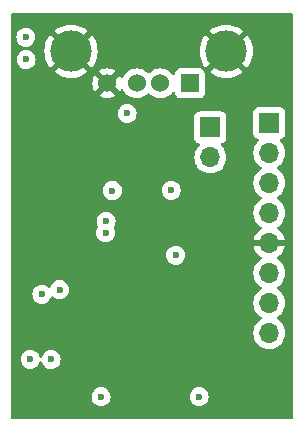
<source format=gbr>
%TF.GenerationSoftware,KiCad,Pcbnew,7.0.9*%
%TF.CreationDate,2024-08-25T17:31:10+01:00*%
%TF.ProjectId,RISKYKVM,5249534b-594b-4564-9d2e-6b696361645f,rev?*%
%TF.SameCoordinates,Original*%
%TF.FileFunction,Copper,L2,Inr*%
%TF.FilePolarity,Positive*%
%FSLAX46Y46*%
G04 Gerber Fmt 4.6, Leading zero omitted, Abs format (unit mm)*
G04 Created by KiCad (PCBNEW 7.0.9) date 2024-08-25 17:31:10*
%MOMM*%
%LPD*%
G01*
G04 APERTURE LIST*
%TA.AperFunction,ComponentPad*%
%ADD10R,1.700000X1.700000*%
%TD*%
%TA.AperFunction,ComponentPad*%
%ADD11O,1.700000X1.700000*%
%TD*%
%TA.AperFunction,ComponentPad*%
%ADD12R,1.524000X1.524000*%
%TD*%
%TA.AperFunction,ComponentPad*%
%ADD13C,1.524000*%
%TD*%
%TA.AperFunction,ComponentPad*%
%ADD14C,3.500000*%
%TD*%
%TA.AperFunction,ViaPad*%
%ADD15C,0.600000*%
%TD*%
G04 APERTURE END LIST*
D10*
%TO.N,/KB_CLK*%
%TO.C,J4*%
X140390000Y-84610000D03*
D11*
%TO.N,/KB_DATA*%
X140390000Y-87150000D03*
%TO.N,/KB_RESET*%
X140390000Y-89690000D03*
%TO.N,+5V*%
X140390000Y-92230000D03*
%TO.N,GND*%
X140390000Y-94770000D03*
%TO.N,unconnected-(J4-Pin_6-Pad6)*%
X140390000Y-97310000D03*
%TO.N,unconnected-(J4-Pin_7-Pad7)*%
X140390000Y-99850000D03*
%TO.N,unconnected-(J4-Pin_8-Pad8)*%
X140390000Y-102390000D03*
%TD*%
D12*
%TO.N,Net-(J3-VBUS)*%
%TO.C,J3*%
X133675000Y-81267100D03*
D13*
%TO.N,/USB_DM*%
X131175000Y-81267100D03*
%TO.N,/USB_DP*%
X129175000Y-81267100D03*
%TO.N,GND*%
X126675000Y-81267100D03*
D14*
X136745000Y-78557100D03*
X123605000Y-78557100D03*
%TD*%
D10*
%TO.N,/SWCLK*%
%TO.C,J2*%
X135400000Y-85000000D03*
D11*
%TO.N,/SWDIO*%
X135400000Y-87540000D03*
%TD*%
D15*
%TO.N,GND*%
X130700000Y-94900000D03*
%TO.N,+3.3V*%
X122630000Y-98740000D03*
X132085400Y-90319400D03*
X119775000Y-77375000D03*
X132466400Y-95831200D03*
X121925000Y-104650000D03*
X127107000Y-90344800D03*
X126530218Y-93916221D03*
%TO.N,GND*%
X137100000Y-92450000D03*
X128900000Y-108100000D03*
X138400000Y-96200000D03*
X131980000Y-98100000D03*
X124077800Y-98676900D03*
X122600000Y-95100000D03*
X129720000Y-77770000D03*
X128010000Y-99540000D03*
X122600000Y-97000000D03*
%TO.N,+5V*%
X121131400Y-99134100D03*
X128360000Y-83820000D03*
%TO.N,/NRST*%
X126566051Y-92941667D03*
%TO.N,/PIN6*%
X134455000Y-107797500D03*
%TO.N,/PIN9*%
X126145000Y-107797500D03*
%TO.N,Net-(D1-A)*%
X120150000Y-104630000D03*
%TO.N,Net-(D2-A)*%
X119800000Y-79250000D03*
%TD*%
%TA.AperFunction,Conductor*%
%TO.N,GND*%
G36*
X142360739Y-75365585D02*
G01*
X142406494Y-75418389D01*
X142417700Y-75469900D01*
X142417700Y-109575748D01*
X142398015Y-109642787D01*
X142345211Y-109688542D01*
X142293650Y-109699748D01*
X118626250Y-109690246D01*
X118559219Y-109670535D01*
X118513485Y-109617712D01*
X118502300Y-109566246D01*
X118502300Y-107797503D01*
X125339435Y-107797503D01*
X125359630Y-107976749D01*
X125359631Y-107976754D01*
X125419211Y-108147023D01*
X125515184Y-108299762D01*
X125642738Y-108427316D01*
X125795478Y-108523289D01*
X125965745Y-108582868D01*
X125965750Y-108582869D01*
X126144996Y-108603065D01*
X126145000Y-108603065D01*
X126145004Y-108603065D01*
X126324249Y-108582869D01*
X126324252Y-108582868D01*
X126324255Y-108582868D01*
X126494522Y-108523289D01*
X126647262Y-108427316D01*
X126774816Y-108299762D01*
X126870789Y-108147022D01*
X126930368Y-107976755D01*
X126950565Y-107797503D01*
X133649435Y-107797503D01*
X133669630Y-107976749D01*
X133669631Y-107976754D01*
X133729211Y-108147023D01*
X133825184Y-108299762D01*
X133952738Y-108427316D01*
X134105478Y-108523289D01*
X134275745Y-108582868D01*
X134275750Y-108582869D01*
X134454996Y-108603065D01*
X134455000Y-108603065D01*
X134455004Y-108603065D01*
X134634249Y-108582869D01*
X134634252Y-108582868D01*
X134634255Y-108582868D01*
X134804522Y-108523289D01*
X134957262Y-108427316D01*
X135084816Y-108299762D01*
X135180789Y-108147022D01*
X135240368Y-107976755D01*
X135260565Y-107797500D01*
X135240368Y-107618245D01*
X135180789Y-107447978D01*
X135084816Y-107295238D01*
X134957262Y-107167684D01*
X134804523Y-107071711D01*
X134634254Y-107012131D01*
X134634249Y-107012130D01*
X134455004Y-106991935D01*
X134454996Y-106991935D01*
X134275750Y-107012130D01*
X134275745Y-107012131D01*
X134105476Y-107071711D01*
X133952737Y-107167684D01*
X133825184Y-107295237D01*
X133729211Y-107447976D01*
X133669631Y-107618245D01*
X133669630Y-107618250D01*
X133649435Y-107797496D01*
X133649435Y-107797503D01*
X126950565Y-107797503D01*
X126950565Y-107797500D01*
X126930368Y-107618245D01*
X126870789Y-107447978D01*
X126774816Y-107295238D01*
X126647262Y-107167684D01*
X126494523Y-107071711D01*
X126324254Y-107012131D01*
X126324249Y-107012130D01*
X126145004Y-106991935D01*
X126144996Y-106991935D01*
X125965750Y-107012130D01*
X125965745Y-107012131D01*
X125795476Y-107071711D01*
X125642737Y-107167684D01*
X125515184Y-107295237D01*
X125419211Y-107447976D01*
X125359631Y-107618245D01*
X125359630Y-107618250D01*
X125339435Y-107797496D01*
X125339435Y-107797503D01*
X118502300Y-107797503D01*
X118502300Y-104630003D01*
X119344435Y-104630003D01*
X119364630Y-104809249D01*
X119364631Y-104809254D01*
X119424211Y-104979523D01*
X119436778Y-104999523D01*
X119520184Y-105132262D01*
X119647738Y-105259816D01*
X119800478Y-105355789D01*
X119857632Y-105375788D01*
X119970745Y-105415368D01*
X119970750Y-105415369D01*
X120149996Y-105435565D01*
X120150000Y-105435565D01*
X120150004Y-105435565D01*
X120329249Y-105415369D01*
X120329252Y-105415368D01*
X120329255Y-105415368D01*
X120499522Y-105355789D01*
X120652262Y-105259816D01*
X120779816Y-105132262D01*
X120875789Y-104979522D01*
X120916959Y-104861864D01*
X120957679Y-104805090D01*
X121022632Y-104779342D01*
X121091194Y-104792798D01*
X121141597Y-104841185D01*
X121151041Y-104861865D01*
X121199209Y-104999519D01*
X121199211Y-104999522D01*
X121295184Y-105152262D01*
X121422738Y-105279816D01*
X121513080Y-105336582D01*
X121543646Y-105355788D01*
X121575478Y-105375789D01*
X121688591Y-105415369D01*
X121745745Y-105435368D01*
X121745750Y-105435369D01*
X121924996Y-105455565D01*
X121925000Y-105455565D01*
X121925004Y-105455565D01*
X122104249Y-105435369D01*
X122104252Y-105435368D01*
X122104255Y-105435368D01*
X122274522Y-105375789D01*
X122427262Y-105279816D01*
X122554816Y-105152262D01*
X122650789Y-104999522D01*
X122710368Y-104829255D01*
X122710369Y-104829249D01*
X122730565Y-104650003D01*
X122730565Y-104649996D01*
X122710369Y-104470750D01*
X122710368Y-104470745D01*
X122703370Y-104450745D01*
X122650789Y-104300478D01*
X122554816Y-104147738D01*
X122427262Y-104020184D01*
X122395432Y-104000184D01*
X122274523Y-103924211D01*
X122104254Y-103864631D01*
X122104249Y-103864630D01*
X121925004Y-103844435D01*
X121924996Y-103844435D01*
X121745750Y-103864630D01*
X121745745Y-103864631D01*
X121575476Y-103924211D01*
X121422737Y-104020184D01*
X121295184Y-104147737D01*
X121199209Y-104300480D01*
X121158040Y-104418134D01*
X121117319Y-104474910D01*
X121052366Y-104500657D01*
X120983804Y-104487201D01*
X120933401Y-104438813D01*
X120923957Y-104418134D01*
X120918537Y-104402646D01*
X120875789Y-104280478D01*
X120779816Y-104127738D01*
X120652262Y-104000184D01*
X120499523Y-103904211D01*
X120329254Y-103844631D01*
X120329249Y-103844630D01*
X120150004Y-103824435D01*
X120149996Y-103824435D01*
X119970750Y-103844630D01*
X119970745Y-103844631D01*
X119800476Y-103904211D01*
X119647737Y-104000184D01*
X119520184Y-104127737D01*
X119424211Y-104280476D01*
X119364631Y-104450745D01*
X119364630Y-104450750D01*
X119344435Y-104629996D01*
X119344435Y-104630003D01*
X118502300Y-104630003D01*
X118502300Y-102390000D01*
X139034341Y-102390000D01*
X139054936Y-102625403D01*
X139054938Y-102625413D01*
X139116094Y-102853655D01*
X139116096Y-102853659D01*
X139116097Y-102853663D01*
X139215965Y-103067830D01*
X139215967Y-103067834D01*
X139324281Y-103222521D01*
X139351505Y-103261401D01*
X139518599Y-103428495D01*
X139615384Y-103496265D01*
X139712165Y-103564032D01*
X139712167Y-103564033D01*
X139712170Y-103564035D01*
X139926337Y-103663903D01*
X140154592Y-103725063D01*
X140342918Y-103741539D01*
X140389999Y-103745659D01*
X140390000Y-103745659D01*
X140390001Y-103745659D01*
X140429234Y-103742226D01*
X140625408Y-103725063D01*
X140853663Y-103663903D01*
X141067830Y-103564035D01*
X141261401Y-103428495D01*
X141428495Y-103261401D01*
X141564035Y-103067830D01*
X141663903Y-102853663D01*
X141725063Y-102625408D01*
X141745659Y-102390000D01*
X141725063Y-102154592D01*
X141663903Y-101926337D01*
X141564035Y-101712171D01*
X141428495Y-101518599D01*
X141428494Y-101518597D01*
X141261402Y-101351506D01*
X141261396Y-101351501D01*
X141075842Y-101221575D01*
X141032217Y-101166998D01*
X141025023Y-101097500D01*
X141056546Y-101035145D01*
X141075842Y-101018425D01*
X141098026Y-101002891D01*
X141261401Y-100888495D01*
X141428495Y-100721401D01*
X141564035Y-100527830D01*
X141663903Y-100313663D01*
X141725063Y-100085408D01*
X141745659Y-99850000D01*
X141725063Y-99614592D01*
X141663903Y-99386337D01*
X141564035Y-99172171D01*
X141506165Y-99089523D01*
X141428494Y-98978597D01*
X141261402Y-98811506D01*
X141261396Y-98811501D01*
X141075842Y-98681575D01*
X141032217Y-98626998D01*
X141025023Y-98557500D01*
X141056546Y-98495145D01*
X141075842Y-98478425D01*
X141201446Y-98390476D01*
X141261401Y-98348495D01*
X141428495Y-98181401D01*
X141564035Y-97987830D01*
X141663903Y-97773663D01*
X141725063Y-97545408D01*
X141745659Y-97310000D01*
X141725063Y-97074592D01*
X141663903Y-96846337D01*
X141564035Y-96632171D01*
X141553111Y-96616569D01*
X141428494Y-96438597D01*
X141261402Y-96271506D01*
X141261401Y-96271505D01*
X141075405Y-96141269D01*
X141031781Y-96086692D01*
X141024588Y-96017193D01*
X141056110Y-95954839D01*
X141075405Y-95938119D01*
X141261082Y-95808105D01*
X141428105Y-95641082D01*
X141563600Y-95447578D01*
X141663429Y-95233492D01*
X141663432Y-95233486D01*
X141720636Y-95020000D01*
X140823686Y-95020000D01*
X140849493Y-94979844D01*
X140890000Y-94841889D01*
X140890000Y-94698111D01*
X140849493Y-94560156D01*
X140823686Y-94520000D01*
X141720636Y-94520000D01*
X141720635Y-94519999D01*
X141663432Y-94306513D01*
X141663429Y-94306507D01*
X141563600Y-94092422D01*
X141563599Y-94092420D01*
X141428113Y-93898926D01*
X141428108Y-93898920D01*
X141261078Y-93731890D01*
X141075405Y-93601879D01*
X141031780Y-93547302D01*
X141024588Y-93477804D01*
X141056110Y-93415449D01*
X141075406Y-93398730D01*
X141085753Y-93391485D01*
X141261401Y-93268495D01*
X141428495Y-93101401D01*
X141564035Y-92907830D01*
X141663903Y-92693663D01*
X141725063Y-92465408D01*
X141745659Y-92230000D01*
X141744423Y-92215878D01*
X141725063Y-91994596D01*
X141725063Y-91994592D01*
X141663903Y-91766337D01*
X141564035Y-91552171D01*
X141428495Y-91358599D01*
X141428494Y-91358597D01*
X141261402Y-91191506D01*
X141261396Y-91191501D01*
X141075842Y-91061575D01*
X141032217Y-91006998D01*
X141025023Y-90937500D01*
X141056546Y-90875145D01*
X141075842Y-90858425D01*
X141128345Y-90821662D01*
X141261401Y-90728495D01*
X141428495Y-90561401D01*
X141564035Y-90367830D01*
X141663903Y-90153663D01*
X141725063Y-89925408D01*
X141745659Y-89690000D01*
X141725063Y-89454592D01*
X141663903Y-89226337D01*
X141564035Y-89012171D01*
X141468032Y-88875063D01*
X141428494Y-88818597D01*
X141261402Y-88651506D01*
X141261396Y-88651501D01*
X141075842Y-88521575D01*
X141032217Y-88466998D01*
X141025023Y-88397500D01*
X141056546Y-88335145D01*
X141075842Y-88318425D01*
X141098026Y-88302891D01*
X141261401Y-88188495D01*
X141428495Y-88021401D01*
X141564035Y-87827830D01*
X141663903Y-87613663D01*
X141725063Y-87385408D01*
X141745659Y-87150000D01*
X141725063Y-86914592D01*
X141663903Y-86686337D01*
X141564035Y-86472171D01*
X141548612Y-86450145D01*
X141428496Y-86278600D01*
X141428495Y-86278599D01*
X141306567Y-86156671D01*
X141273084Y-86095351D01*
X141278068Y-86025659D01*
X141319939Y-85969725D01*
X141350915Y-85952810D01*
X141482331Y-85903796D01*
X141597546Y-85817546D01*
X141683796Y-85702331D01*
X141734091Y-85567483D01*
X141740500Y-85507873D01*
X141740499Y-83712128D01*
X141734091Y-83652517D01*
X141729702Y-83640750D01*
X141683797Y-83517671D01*
X141683793Y-83517664D01*
X141597547Y-83402455D01*
X141597544Y-83402452D01*
X141482335Y-83316206D01*
X141482328Y-83316202D01*
X141347482Y-83265908D01*
X141347483Y-83265908D01*
X141287883Y-83259501D01*
X141287881Y-83259500D01*
X141287873Y-83259500D01*
X141287864Y-83259500D01*
X139492129Y-83259500D01*
X139492123Y-83259501D01*
X139432516Y-83265908D01*
X139297671Y-83316202D01*
X139297664Y-83316206D01*
X139182455Y-83402452D01*
X139182452Y-83402455D01*
X139096206Y-83517664D01*
X139096202Y-83517671D01*
X139045908Y-83652517D01*
X139039501Y-83712116D01*
X139039501Y-83712123D01*
X139039500Y-83712135D01*
X139039500Y-85507870D01*
X139039501Y-85507876D01*
X139045908Y-85567483D01*
X139096202Y-85702328D01*
X139096206Y-85702335D01*
X139182452Y-85817544D01*
X139182455Y-85817547D01*
X139297664Y-85903793D01*
X139297671Y-85903797D01*
X139429081Y-85952810D01*
X139485015Y-85994681D01*
X139509432Y-86060145D01*
X139494580Y-86128418D01*
X139473430Y-86156673D01*
X139351503Y-86278600D01*
X139215965Y-86472169D01*
X139215964Y-86472171D01*
X139116098Y-86686335D01*
X139116094Y-86686344D01*
X139054938Y-86914586D01*
X139054936Y-86914596D01*
X139034341Y-87149999D01*
X139034341Y-87150000D01*
X139054936Y-87385403D01*
X139054938Y-87385413D01*
X139116094Y-87613655D01*
X139116096Y-87613659D01*
X139116097Y-87613663D01*
X139215965Y-87827830D01*
X139215967Y-87827834D01*
X139324281Y-87982521D01*
X139339085Y-88003664D01*
X139351501Y-88021395D01*
X139351506Y-88021402D01*
X139518597Y-88188493D01*
X139518603Y-88188498D01*
X139704158Y-88318425D01*
X139747783Y-88373002D01*
X139754977Y-88442500D01*
X139723454Y-88504855D01*
X139704158Y-88521575D01*
X139518597Y-88651505D01*
X139351505Y-88818597D01*
X139215965Y-89012169D01*
X139215964Y-89012171D01*
X139116098Y-89226335D01*
X139116094Y-89226344D01*
X139054938Y-89454586D01*
X139054936Y-89454596D01*
X139034341Y-89689999D01*
X139034341Y-89690000D01*
X139054936Y-89925403D01*
X139054938Y-89925413D01*
X139116094Y-90153655D01*
X139116096Y-90153659D01*
X139116097Y-90153663D01*
X139193380Y-90319396D01*
X139215965Y-90367830D01*
X139215967Y-90367834D01*
X139351501Y-90561395D01*
X139351506Y-90561402D01*
X139518597Y-90728493D01*
X139518603Y-90728498D01*
X139704158Y-90858425D01*
X139747783Y-90913002D01*
X139754977Y-90982500D01*
X139723454Y-91044855D01*
X139704158Y-91061575D01*
X139518597Y-91191505D01*
X139351505Y-91358597D01*
X139215965Y-91552169D01*
X139215964Y-91552171D01*
X139116098Y-91766335D01*
X139116094Y-91766344D01*
X139054938Y-91994586D01*
X139054936Y-91994596D01*
X139034341Y-92229999D01*
X139034341Y-92230000D01*
X139054936Y-92465403D01*
X139054938Y-92465413D01*
X139116094Y-92693655D01*
X139116096Y-92693659D01*
X139116097Y-92693663D01*
X139148158Y-92762417D01*
X139215965Y-92907830D01*
X139215967Y-92907834D01*
X139351501Y-93101395D01*
X139351506Y-93101402D01*
X139518597Y-93268493D01*
X139518603Y-93268498D01*
X139704594Y-93398730D01*
X139748219Y-93453307D01*
X139755413Y-93522805D01*
X139723890Y-93585160D01*
X139704595Y-93601880D01*
X139518922Y-93731890D01*
X139518920Y-93731891D01*
X139351891Y-93898920D01*
X139351886Y-93898926D01*
X139216400Y-94092420D01*
X139216399Y-94092422D01*
X139116570Y-94306507D01*
X139116567Y-94306513D01*
X139059364Y-94519999D01*
X139059364Y-94520000D01*
X139956314Y-94520000D01*
X139930507Y-94560156D01*
X139890000Y-94698111D01*
X139890000Y-94841889D01*
X139930507Y-94979844D01*
X139956314Y-95020000D01*
X139059364Y-95020000D01*
X139116567Y-95233486D01*
X139116570Y-95233492D01*
X139216399Y-95447578D01*
X139351894Y-95641082D01*
X139518917Y-95808105D01*
X139704595Y-95938119D01*
X139748219Y-95992696D01*
X139755412Y-96062195D01*
X139723890Y-96124549D01*
X139704595Y-96141269D01*
X139518594Y-96271508D01*
X139351505Y-96438597D01*
X139215965Y-96632169D01*
X139215964Y-96632171D01*
X139116098Y-96846335D01*
X139116094Y-96846344D01*
X139054938Y-97074586D01*
X139054936Y-97074596D01*
X139034341Y-97309999D01*
X139034341Y-97310000D01*
X139054936Y-97545403D01*
X139054938Y-97545413D01*
X139116094Y-97773655D01*
X139116096Y-97773659D01*
X139116097Y-97773663D01*
X139215965Y-97987830D01*
X139215967Y-97987834D01*
X139351501Y-98181395D01*
X139351506Y-98181402D01*
X139518597Y-98348493D01*
X139518603Y-98348498D01*
X139704158Y-98478425D01*
X139747783Y-98533002D01*
X139754977Y-98602500D01*
X139723454Y-98664855D01*
X139704158Y-98681575D01*
X139518597Y-98811505D01*
X139351505Y-98978597D01*
X139215965Y-99172169D01*
X139215964Y-99172171D01*
X139116098Y-99386335D01*
X139116094Y-99386344D01*
X139054938Y-99614586D01*
X139054936Y-99614596D01*
X139034341Y-99849999D01*
X139034341Y-99850000D01*
X139054936Y-100085403D01*
X139054938Y-100085413D01*
X139116094Y-100313655D01*
X139116096Y-100313659D01*
X139116097Y-100313663D01*
X139215965Y-100527830D01*
X139215967Y-100527834D01*
X139351501Y-100721395D01*
X139351506Y-100721402D01*
X139518597Y-100888493D01*
X139518603Y-100888498D01*
X139704158Y-101018425D01*
X139747783Y-101073002D01*
X139754977Y-101142500D01*
X139723454Y-101204855D01*
X139704158Y-101221575D01*
X139518597Y-101351505D01*
X139351505Y-101518597D01*
X139215965Y-101712169D01*
X139215964Y-101712171D01*
X139116098Y-101926335D01*
X139116094Y-101926344D01*
X139054938Y-102154586D01*
X139054936Y-102154596D01*
X139034341Y-102389999D01*
X139034341Y-102390000D01*
X118502300Y-102390000D01*
X118502300Y-99134103D01*
X120325835Y-99134103D01*
X120346030Y-99313349D01*
X120346031Y-99313354D01*
X120405611Y-99483623D01*
X120501584Y-99636362D01*
X120629138Y-99763916D01*
X120719480Y-99820682D01*
X120766139Y-99850000D01*
X120781878Y-99859889D01*
X120952145Y-99919468D01*
X120952150Y-99919469D01*
X121131396Y-99939665D01*
X121131400Y-99939665D01*
X121131404Y-99939665D01*
X121310649Y-99919469D01*
X121310652Y-99919468D01*
X121310655Y-99919468D01*
X121480922Y-99859889D01*
X121633662Y-99763916D01*
X121761216Y-99636362D01*
X121857189Y-99483622D01*
X121863430Y-99465788D01*
X121891231Y-99386335D01*
X121891640Y-99385166D01*
X121932360Y-99328391D01*
X121997313Y-99302643D01*
X122065874Y-99316099D01*
X122096362Y-99338440D01*
X122127738Y-99369816D01*
X122280478Y-99465789D01*
X122331442Y-99483622D01*
X122450745Y-99525368D01*
X122450750Y-99525369D01*
X122629996Y-99545565D01*
X122630000Y-99545565D01*
X122630004Y-99545565D01*
X122809249Y-99525369D01*
X122809252Y-99525368D01*
X122809255Y-99525368D01*
X122979522Y-99465789D01*
X123132262Y-99369816D01*
X123259816Y-99242262D01*
X123355789Y-99089522D01*
X123415368Y-98919255D01*
X123415369Y-98919249D01*
X123435565Y-98740003D01*
X123435565Y-98739996D01*
X123415369Y-98560750D01*
X123415368Y-98560745D01*
X123395611Y-98504284D01*
X123355789Y-98390478D01*
X123259816Y-98237738D01*
X123132262Y-98110184D01*
X122979523Y-98014211D01*
X122809254Y-97954631D01*
X122809249Y-97954630D01*
X122630004Y-97934435D01*
X122629996Y-97934435D01*
X122450750Y-97954630D01*
X122450745Y-97954631D01*
X122280476Y-98014211D01*
X122127737Y-98110184D01*
X122000184Y-98237737D01*
X121904209Y-98390480D01*
X121869759Y-98488933D01*
X121829038Y-98545709D01*
X121764085Y-98571456D01*
X121695523Y-98558000D01*
X121665037Y-98535659D01*
X121633662Y-98504284D01*
X121480923Y-98408311D01*
X121310654Y-98348731D01*
X121310649Y-98348730D01*
X121131404Y-98328535D01*
X121131396Y-98328535D01*
X120952150Y-98348730D01*
X120952145Y-98348731D01*
X120781876Y-98408311D01*
X120629137Y-98504284D01*
X120501584Y-98631837D01*
X120405611Y-98784576D01*
X120346031Y-98954845D01*
X120346030Y-98954850D01*
X120325835Y-99134096D01*
X120325835Y-99134103D01*
X118502300Y-99134103D01*
X118502300Y-95831203D01*
X131660835Y-95831203D01*
X131681030Y-96010449D01*
X131681031Y-96010454D01*
X131740611Y-96180723D01*
X131836584Y-96333462D01*
X131964138Y-96461016D01*
X132116878Y-96556989D01*
X132287145Y-96616568D01*
X132287150Y-96616569D01*
X132466396Y-96636765D01*
X132466400Y-96636765D01*
X132466404Y-96636765D01*
X132645649Y-96616569D01*
X132645652Y-96616568D01*
X132645655Y-96616568D01*
X132815922Y-96556989D01*
X132968662Y-96461016D01*
X133096216Y-96333462D01*
X133192189Y-96180722D01*
X133251768Y-96010455D01*
X133255770Y-95974937D01*
X133271965Y-95831203D01*
X133271965Y-95831196D01*
X133251769Y-95651950D01*
X133251768Y-95651945D01*
X133192188Y-95481676D01*
X133096215Y-95328937D01*
X132968662Y-95201384D01*
X132815923Y-95105411D01*
X132645654Y-95045831D01*
X132645649Y-95045830D01*
X132466404Y-95025635D01*
X132466396Y-95025635D01*
X132287150Y-95045830D01*
X132287145Y-95045831D01*
X132116876Y-95105411D01*
X131964137Y-95201384D01*
X131836584Y-95328937D01*
X131740611Y-95481676D01*
X131681031Y-95651945D01*
X131681030Y-95651950D01*
X131660835Y-95831196D01*
X131660835Y-95831203D01*
X118502300Y-95831203D01*
X118502300Y-93916224D01*
X125724653Y-93916224D01*
X125744848Y-94095470D01*
X125744849Y-94095475D01*
X125804429Y-94265744D01*
X125900402Y-94418483D01*
X126027956Y-94546037D01*
X126180696Y-94642010D01*
X126341023Y-94698111D01*
X126350963Y-94701589D01*
X126350968Y-94701590D01*
X126530214Y-94721786D01*
X126530218Y-94721786D01*
X126530222Y-94721786D01*
X126709467Y-94701590D01*
X126709470Y-94701589D01*
X126709473Y-94701589D01*
X126879740Y-94642010D01*
X127032480Y-94546037D01*
X127160034Y-94418483D01*
X127256007Y-94265743D01*
X127315586Y-94095476D01*
X127315930Y-94092422D01*
X127335783Y-93916224D01*
X127335783Y-93916217D01*
X127315587Y-93736971D01*
X127315586Y-93736966D01*
X127262641Y-93585659D01*
X127256007Y-93566699D01*
X127228818Y-93523429D01*
X127209818Y-93456194D01*
X127228818Y-93391487D01*
X127291840Y-93291189D01*
X127351419Y-93120922D01*
X127351420Y-93120916D01*
X127371616Y-92941670D01*
X127371616Y-92941663D01*
X127351420Y-92762417D01*
X127351419Y-92762412D01*
X127291839Y-92592143D01*
X127212206Y-92465408D01*
X127195867Y-92439405D01*
X127068313Y-92311851D01*
X126915574Y-92215878D01*
X126745305Y-92156298D01*
X126745300Y-92156297D01*
X126566055Y-92136102D01*
X126566047Y-92136102D01*
X126386801Y-92156297D01*
X126386796Y-92156298D01*
X126216527Y-92215878D01*
X126063788Y-92311851D01*
X125936235Y-92439404D01*
X125840262Y-92592143D01*
X125780682Y-92762412D01*
X125780681Y-92762417D01*
X125760486Y-92941663D01*
X125760486Y-92941670D01*
X125780681Y-93120916D01*
X125780682Y-93120921D01*
X125840262Y-93291190D01*
X125867449Y-93334457D01*
X125886449Y-93401693D01*
X125867449Y-93466400D01*
X125804430Y-93566695D01*
X125744849Y-93736966D01*
X125744848Y-93736971D01*
X125724653Y-93916217D01*
X125724653Y-93916224D01*
X118502300Y-93916224D01*
X118502300Y-90344803D01*
X126301435Y-90344803D01*
X126321630Y-90524049D01*
X126321631Y-90524054D01*
X126381211Y-90694323D01*
X126402682Y-90728493D01*
X126477184Y-90847062D01*
X126604738Y-90974616D01*
X126656274Y-91006998D01*
X126717052Y-91045188D01*
X126757478Y-91070589D01*
X126855156Y-91104768D01*
X126927745Y-91130168D01*
X126927750Y-91130169D01*
X127106996Y-91150365D01*
X127107000Y-91150365D01*
X127107004Y-91150365D01*
X127286249Y-91130169D01*
X127286252Y-91130168D01*
X127286255Y-91130168D01*
X127456522Y-91070589D01*
X127609262Y-90974616D01*
X127736816Y-90847062D01*
X127832789Y-90694322D01*
X127892368Y-90524055D01*
X127909970Y-90367834D01*
X127912565Y-90344803D01*
X127912565Y-90344796D01*
X127909704Y-90319403D01*
X131279835Y-90319403D01*
X131300030Y-90498649D01*
X131300031Y-90498654D01*
X131359611Y-90668923D01*
X131397042Y-90728493D01*
X131455584Y-90821662D01*
X131583138Y-90949216D01*
X131735878Y-91045189D01*
X131906145Y-91104768D01*
X131906150Y-91104769D01*
X132085396Y-91124965D01*
X132085400Y-91124965D01*
X132085404Y-91124965D01*
X132264649Y-91104769D01*
X132264652Y-91104768D01*
X132264655Y-91104768D01*
X132434922Y-91045189D01*
X132587662Y-90949216D01*
X132715216Y-90821662D01*
X132811189Y-90668922D01*
X132870768Y-90498655D01*
X132885508Y-90367834D01*
X132890965Y-90319403D01*
X132890965Y-90319396D01*
X132870769Y-90140150D01*
X132870768Y-90140145D01*
X132811188Y-89969876D01*
X132715215Y-89817137D01*
X132587662Y-89689584D01*
X132434923Y-89593611D01*
X132264654Y-89534031D01*
X132264649Y-89534030D01*
X132085404Y-89513835D01*
X132085396Y-89513835D01*
X131906150Y-89534030D01*
X131906145Y-89534031D01*
X131735876Y-89593611D01*
X131583137Y-89689584D01*
X131455584Y-89817137D01*
X131359611Y-89969876D01*
X131300031Y-90140145D01*
X131300030Y-90140150D01*
X131279835Y-90319396D01*
X131279835Y-90319403D01*
X127909704Y-90319403D01*
X127892369Y-90165550D01*
X127892368Y-90165545D01*
X127888210Y-90153663D01*
X127832789Y-89995278D01*
X127736816Y-89842538D01*
X127609262Y-89714984D01*
X127568838Y-89689584D01*
X127456523Y-89619011D01*
X127286254Y-89559431D01*
X127286249Y-89559430D01*
X127107004Y-89539235D01*
X127106996Y-89539235D01*
X126927750Y-89559430D01*
X126927745Y-89559431D01*
X126757476Y-89619011D01*
X126604737Y-89714984D01*
X126477184Y-89842537D01*
X126381211Y-89995276D01*
X126321631Y-90165545D01*
X126321630Y-90165550D01*
X126301435Y-90344796D01*
X126301435Y-90344803D01*
X118502300Y-90344803D01*
X118502300Y-87540000D01*
X134044341Y-87540000D01*
X134064936Y-87775403D01*
X134064938Y-87775413D01*
X134126094Y-88003655D01*
X134126096Y-88003659D01*
X134126097Y-88003663D01*
X134134369Y-88021402D01*
X134225965Y-88217830D01*
X134225967Y-88217834D01*
X134308110Y-88335145D01*
X134361505Y-88411401D01*
X134528599Y-88578495D01*
X134625384Y-88646265D01*
X134722165Y-88714032D01*
X134722167Y-88714033D01*
X134722170Y-88714035D01*
X134936337Y-88813903D01*
X135164592Y-88875063D01*
X135352918Y-88891539D01*
X135399999Y-88895659D01*
X135400000Y-88895659D01*
X135400001Y-88895659D01*
X135439234Y-88892226D01*
X135635408Y-88875063D01*
X135863663Y-88813903D01*
X136077830Y-88714035D01*
X136271401Y-88578495D01*
X136438495Y-88411401D01*
X136574035Y-88217830D01*
X136673903Y-88003663D01*
X136735063Y-87775408D01*
X136755659Y-87540000D01*
X136735063Y-87304592D01*
X136673903Y-87076337D01*
X136574035Y-86862171D01*
X136450915Y-86686337D01*
X136438496Y-86668600D01*
X136438495Y-86668599D01*
X136316567Y-86546671D01*
X136283084Y-86485351D01*
X136288068Y-86415659D01*
X136329939Y-86359725D01*
X136360915Y-86342810D01*
X136492331Y-86293796D01*
X136607546Y-86207546D01*
X136693796Y-86092331D01*
X136744091Y-85957483D01*
X136750500Y-85897873D01*
X136750499Y-84102128D01*
X136744091Y-84042517D01*
X136727955Y-83999255D01*
X136693797Y-83907671D01*
X136693793Y-83907664D01*
X136607547Y-83792455D01*
X136607544Y-83792452D01*
X136492335Y-83706206D01*
X136492328Y-83706202D01*
X136357482Y-83655908D01*
X136357483Y-83655908D01*
X136297883Y-83649501D01*
X136297881Y-83649500D01*
X136297873Y-83649500D01*
X136297864Y-83649500D01*
X134502129Y-83649500D01*
X134502123Y-83649501D01*
X134442516Y-83655908D01*
X134307671Y-83706202D01*
X134307664Y-83706206D01*
X134192455Y-83792452D01*
X134192452Y-83792455D01*
X134106206Y-83907664D01*
X134106202Y-83907671D01*
X134055908Y-84042517D01*
X134049501Y-84102116D01*
X134049501Y-84102123D01*
X134049500Y-84102135D01*
X134049500Y-85897870D01*
X134049501Y-85897876D01*
X134055908Y-85957483D01*
X134106202Y-86092328D01*
X134106206Y-86092335D01*
X134192452Y-86207544D01*
X134192455Y-86207547D01*
X134307664Y-86293793D01*
X134307671Y-86293797D01*
X134439081Y-86342810D01*
X134495015Y-86384681D01*
X134519432Y-86450145D01*
X134504580Y-86518418D01*
X134483430Y-86546673D01*
X134361503Y-86668600D01*
X134225965Y-86862169D01*
X134225964Y-86862171D01*
X134126098Y-87076335D01*
X134126094Y-87076344D01*
X134064938Y-87304586D01*
X134064936Y-87304596D01*
X134044341Y-87539999D01*
X134044341Y-87540000D01*
X118502300Y-87540000D01*
X118502300Y-83820003D01*
X127554435Y-83820003D01*
X127574630Y-83999249D01*
X127574631Y-83999254D01*
X127634211Y-84169523D01*
X127730184Y-84322262D01*
X127857738Y-84449816D01*
X128010478Y-84545789D01*
X128180745Y-84605368D01*
X128180750Y-84605369D01*
X128359996Y-84625565D01*
X128360000Y-84625565D01*
X128360004Y-84625565D01*
X128539249Y-84605369D01*
X128539252Y-84605368D01*
X128539255Y-84605368D01*
X128709522Y-84545789D01*
X128862262Y-84449816D01*
X128989816Y-84322262D01*
X129085789Y-84169522D01*
X129145368Y-83999255D01*
X129165565Y-83820000D01*
X129162461Y-83792455D01*
X129145369Y-83640750D01*
X129145368Y-83640745D01*
X129085789Y-83470478D01*
X128989816Y-83317738D01*
X128862262Y-83190184D01*
X128709523Y-83094211D01*
X128539254Y-83034631D01*
X128539249Y-83034630D01*
X128360004Y-83014435D01*
X128359996Y-83014435D01*
X128180750Y-83034630D01*
X128180745Y-83034631D01*
X128010476Y-83094211D01*
X127857737Y-83190184D01*
X127730184Y-83317737D01*
X127634211Y-83470476D01*
X127574631Y-83640745D01*
X127574630Y-83640750D01*
X127554435Y-83819996D01*
X127554435Y-83820003D01*
X118502300Y-83820003D01*
X118502300Y-81267100D01*
X125408179Y-81267100D01*
X125427424Y-81487076D01*
X125427426Y-81487086D01*
X125484575Y-81700370D01*
X125484580Y-81700384D01*
X125577899Y-81900507D01*
X125577900Y-81900509D01*
X125623258Y-81965287D01*
X126221220Y-81367325D01*
X126221467Y-81370616D01*
X126272128Y-81499698D01*
X126358586Y-81608113D01*
X126473159Y-81686227D01*
X126577301Y-81718350D01*
X125976811Y-82318841D01*
X126041582Y-82364194D01*
X126041592Y-82364200D01*
X126241715Y-82457519D01*
X126241729Y-82457524D01*
X126455013Y-82514673D01*
X126455023Y-82514675D01*
X126674999Y-82533921D01*
X126675001Y-82533921D01*
X126894976Y-82514675D01*
X126894986Y-82514673D01*
X127108270Y-82457524D01*
X127108284Y-82457519D01*
X127308408Y-82364200D01*
X127308420Y-82364193D01*
X127373186Y-82318842D01*
X127373187Y-82318840D01*
X126772020Y-81717672D01*
X126812119Y-81711629D01*
X126937054Y-81651463D01*
X127038705Y-81557145D01*
X127108039Y-81437055D01*
X127124850Y-81363397D01*
X127726740Y-81965287D01*
X127726742Y-81965286D01*
X127772093Y-81900520D01*
X127772095Y-81900517D01*
X127812341Y-81814209D01*
X127858513Y-81761770D01*
X127925707Y-81742617D01*
X127992588Y-81762832D01*
X128037106Y-81814209D01*
X128077464Y-81900758D01*
X128077468Y-81900766D01*
X128204170Y-82081715D01*
X128204175Y-82081721D01*
X128360378Y-82237924D01*
X128360384Y-82237929D01*
X128541333Y-82364631D01*
X128541335Y-82364632D01*
X128541338Y-82364634D01*
X128741550Y-82457994D01*
X128954932Y-82515170D01*
X129112123Y-82528922D01*
X129174998Y-82534423D01*
X129175000Y-82534423D01*
X129175002Y-82534423D01*
X129230151Y-82529598D01*
X129395068Y-82515170D01*
X129608450Y-82457994D01*
X129808662Y-82364634D01*
X129989620Y-82237926D01*
X130087319Y-82140227D01*
X130148642Y-82106742D01*
X130218334Y-82111726D01*
X130262681Y-82140227D01*
X130360378Y-82237924D01*
X130360384Y-82237929D01*
X130541333Y-82364631D01*
X130541335Y-82364632D01*
X130541338Y-82364634D01*
X130741550Y-82457994D01*
X130954932Y-82515170D01*
X131112123Y-82528922D01*
X131174998Y-82534423D01*
X131175000Y-82534423D01*
X131175002Y-82534423D01*
X131230151Y-82529598D01*
X131395068Y-82515170D01*
X131608450Y-82457994D01*
X131808662Y-82364634D01*
X131989620Y-82237926D01*
X132145826Y-82081720D01*
X132187907Y-82021620D01*
X132242481Y-81977997D01*
X132311980Y-81970803D01*
X132374335Y-82002325D01*
X132409749Y-82062554D01*
X132412771Y-82079490D01*
X132418909Y-82136583D01*
X132469202Y-82271428D01*
X132469206Y-82271435D01*
X132555452Y-82386644D01*
X132555455Y-82386647D01*
X132670664Y-82472893D01*
X132670671Y-82472897D01*
X132805517Y-82523191D01*
X132805516Y-82523191D01*
X132812444Y-82523935D01*
X132865127Y-82529600D01*
X134484872Y-82529599D01*
X134544483Y-82523191D01*
X134679331Y-82472896D01*
X134794546Y-82386646D01*
X134880796Y-82271431D01*
X134931091Y-82136583D01*
X134937500Y-82076973D01*
X134937499Y-80457228D01*
X134931091Y-80397617D01*
X134900908Y-80316693D01*
X134880797Y-80262771D01*
X134880793Y-80262764D01*
X134794547Y-80147555D01*
X134794544Y-80147552D01*
X134679335Y-80061306D01*
X134679328Y-80061302D01*
X134544482Y-80011008D01*
X134544483Y-80011008D01*
X134484883Y-80004601D01*
X134484881Y-80004600D01*
X134484873Y-80004600D01*
X134484864Y-80004600D01*
X132865129Y-80004600D01*
X132865123Y-80004601D01*
X132805516Y-80011008D01*
X132670671Y-80061302D01*
X132670664Y-80061306D01*
X132555455Y-80147552D01*
X132555452Y-80147555D01*
X132469206Y-80262764D01*
X132469202Y-80262771D01*
X132418908Y-80397616D01*
X132412770Y-80454710D01*
X132386032Y-80519261D01*
X132328639Y-80559109D01*
X132258814Y-80561602D01*
X132198725Y-80525949D01*
X132187906Y-80512577D01*
X132145827Y-80452481D01*
X132087318Y-80393972D01*
X131989620Y-80296274D01*
X131989616Y-80296271D01*
X131989615Y-80296270D01*
X131808666Y-80169568D01*
X131808662Y-80169566D01*
X131761457Y-80147554D01*
X131608450Y-80076206D01*
X131608447Y-80076205D01*
X131608445Y-80076204D01*
X131395070Y-80019030D01*
X131395062Y-80019029D01*
X131175002Y-79999777D01*
X131174998Y-79999777D01*
X130954937Y-80019029D01*
X130954929Y-80019030D01*
X130741554Y-80076204D01*
X130741548Y-80076207D01*
X130541340Y-80169565D01*
X130541338Y-80169566D01*
X130360381Y-80296272D01*
X130262680Y-80393973D01*
X130201356Y-80427457D01*
X130131665Y-80422473D01*
X130087318Y-80393972D01*
X129989621Y-80296275D01*
X129989615Y-80296270D01*
X129808666Y-80169568D01*
X129808662Y-80169566D01*
X129761457Y-80147554D01*
X129608450Y-80076206D01*
X129608447Y-80076205D01*
X129608445Y-80076204D01*
X129395070Y-80019030D01*
X129395062Y-80019029D01*
X129175002Y-79999777D01*
X129174998Y-79999777D01*
X128954937Y-80019029D01*
X128954929Y-80019030D01*
X128741554Y-80076204D01*
X128741548Y-80076207D01*
X128541340Y-80169565D01*
X128541338Y-80169566D01*
X128360377Y-80296275D01*
X128204175Y-80452477D01*
X128077466Y-80633438D01*
X128077462Y-80633445D01*
X128037104Y-80719992D01*
X127990931Y-80772431D01*
X127923738Y-80791582D01*
X127856857Y-80771365D01*
X127812341Y-80719990D01*
X127772100Y-80633693D01*
X127772099Y-80633691D01*
X127726740Y-80568911D01*
X127128779Y-81166872D01*
X127128533Y-81163584D01*
X127077872Y-81034502D01*
X126991414Y-80926087D01*
X126876841Y-80847973D01*
X126772697Y-80815849D01*
X127373187Y-80215358D01*
X127308409Y-80170000D01*
X127308407Y-80169999D01*
X127108284Y-80076680D01*
X127108270Y-80076675D01*
X126894986Y-80019526D01*
X126894976Y-80019524D01*
X126675001Y-80000279D01*
X126674999Y-80000279D01*
X126455023Y-80019524D01*
X126455013Y-80019526D01*
X126241729Y-80076675D01*
X126241720Y-80076679D01*
X126041586Y-80170003D01*
X125976812Y-80215357D01*
X125976811Y-80215358D01*
X126577980Y-80816527D01*
X126537881Y-80822571D01*
X126412946Y-80882737D01*
X126311295Y-80977055D01*
X126241961Y-81097145D01*
X126225149Y-81170802D01*
X125623258Y-80568911D01*
X125623257Y-80568912D01*
X125577903Y-80633686D01*
X125484579Y-80833820D01*
X125484575Y-80833829D01*
X125427426Y-81047113D01*
X125427424Y-81047123D01*
X125408179Y-81267099D01*
X125408179Y-81267100D01*
X118502300Y-81267100D01*
X118502300Y-79250003D01*
X118994435Y-79250003D01*
X119014630Y-79429249D01*
X119014631Y-79429254D01*
X119074211Y-79599523D01*
X119095898Y-79634037D01*
X119170184Y-79752262D01*
X119297738Y-79879816D01*
X119377204Y-79929748D01*
X119430345Y-79963139D01*
X119450478Y-79975789D01*
X119575471Y-80019526D01*
X119620745Y-80035368D01*
X119620750Y-80035369D01*
X119799996Y-80055565D01*
X119800000Y-80055565D01*
X119800004Y-80055565D01*
X119979249Y-80035369D01*
X119979252Y-80035368D01*
X119979255Y-80035368D01*
X120149522Y-79975789D01*
X120302262Y-79879816D01*
X120429816Y-79752262D01*
X120525789Y-79599522D01*
X120585368Y-79429255D01*
X120605565Y-79250000D01*
X120593248Y-79140684D01*
X120585369Y-79070750D01*
X120585368Y-79070745D01*
X120525788Y-78900476D01*
X120429815Y-78747737D01*
X120302262Y-78620184D01*
X120201865Y-78557100D01*
X121350172Y-78557100D01*
X121369462Y-78851412D01*
X121369464Y-78851424D01*
X121427001Y-79140684D01*
X121427005Y-79140699D01*
X121521812Y-79419988D01*
X121652258Y-79684506D01*
X121652265Y-79684519D01*
X121816122Y-79929748D01*
X121845406Y-79963139D01*
X122634438Y-79174107D01*
X122683348Y-79253099D01*
X122826931Y-79410601D01*
X122985388Y-79530263D01*
X122198959Y-80316692D01*
X122198959Y-80316693D01*
X122232344Y-80345972D01*
X122232348Y-80345975D01*
X122477580Y-80509834D01*
X122477593Y-80509841D01*
X122742111Y-80640287D01*
X123021400Y-80735094D01*
X123021415Y-80735098D01*
X123310675Y-80792635D01*
X123310687Y-80792637D01*
X123605000Y-80811927D01*
X123899312Y-80792637D01*
X123899324Y-80792635D01*
X124188584Y-80735098D01*
X124188599Y-80735094D01*
X124467888Y-80640287D01*
X124732406Y-80509841D01*
X124732419Y-80509834D01*
X124977650Y-80345977D01*
X125011039Y-80316693D01*
X125011040Y-80316692D01*
X124224611Y-79530263D01*
X124383069Y-79410601D01*
X124526652Y-79253099D01*
X124575560Y-79174108D01*
X125364592Y-79963140D01*
X125364593Y-79963139D01*
X125393877Y-79929750D01*
X125557734Y-79684519D01*
X125557741Y-79684506D01*
X125688187Y-79419988D01*
X125782994Y-79140699D01*
X125782998Y-79140684D01*
X125840535Y-78851424D01*
X125840537Y-78851412D01*
X125859827Y-78557100D01*
X134490172Y-78557100D01*
X134509462Y-78851412D01*
X134509464Y-78851424D01*
X134567001Y-79140684D01*
X134567005Y-79140699D01*
X134661812Y-79419988D01*
X134792258Y-79684506D01*
X134792265Y-79684519D01*
X134956122Y-79929748D01*
X134985406Y-79963139D01*
X135774438Y-79174107D01*
X135823348Y-79253099D01*
X135966931Y-79410601D01*
X136125388Y-79530263D01*
X135338959Y-80316692D01*
X135338959Y-80316693D01*
X135372344Y-80345972D01*
X135372348Y-80345975D01*
X135617580Y-80509834D01*
X135617593Y-80509841D01*
X135882111Y-80640287D01*
X136161400Y-80735094D01*
X136161415Y-80735098D01*
X136450675Y-80792635D01*
X136450687Y-80792637D01*
X136745000Y-80811927D01*
X137039312Y-80792637D01*
X137039324Y-80792635D01*
X137328584Y-80735098D01*
X137328599Y-80735094D01*
X137607888Y-80640287D01*
X137872406Y-80509841D01*
X137872419Y-80509834D01*
X138117650Y-80345977D01*
X138151039Y-80316693D01*
X138151040Y-80316692D01*
X137364611Y-79530263D01*
X137523069Y-79410601D01*
X137666652Y-79253099D01*
X137715560Y-79174108D01*
X138504592Y-79963140D01*
X138504593Y-79963139D01*
X138533877Y-79929750D01*
X138697734Y-79684519D01*
X138697741Y-79684506D01*
X138828187Y-79419988D01*
X138922994Y-79140699D01*
X138922998Y-79140684D01*
X138980535Y-78851424D01*
X138980537Y-78851412D01*
X138999827Y-78557100D01*
X138980537Y-78262787D01*
X138980535Y-78262775D01*
X138922998Y-77973515D01*
X138922994Y-77973500D01*
X138828187Y-77694211D01*
X138697741Y-77429693D01*
X138697734Y-77429680D01*
X138533875Y-77184448D01*
X138533872Y-77184444D01*
X138504593Y-77151059D01*
X138504592Y-77151059D01*
X137715560Y-77940091D01*
X137666652Y-77861101D01*
X137523069Y-77703599D01*
X137364610Y-77583935D01*
X138151039Y-76797506D01*
X138117648Y-76768222D01*
X137872419Y-76604365D01*
X137872406Y-76604358D01*
X137607888Y-76473912D01*
X137328599Y-76379105D01*
X137328584Y-76379101D01*
X137039324Y-76321564D01*
X137039312Y-76321562D01*
X136745000Y-76302272D01*
X136450687Y-76321562D01*
X136450675Y-76321564D01*
X136161415Y-76379101D01*
X136161400Y-76379105D01*
X135882111Y-76473912D01*
X135617593Y-76604358D01*
X135617580Y-76604365D01*
X135372350Y-76768223D01*
X135338958Y-76797506D01*
X136125388Y-77583936D01*
X135966931Y-77703599D01*
X135823348Y-77861101D01*
X135774439Y-77940091D01*
X134985406Y-77151058D01*
X134956123Y-77184450D01*
X134792265Y-77429680D01*
X134792258Y-77429693D01*
X134661812Y-77694211D01*
X134567005Y-77973500D01*
X134567001Y-77973515D01*
X134509464Y-78262775D01*
X134509462Y-78262787D01*
X134490172Y-78557100D01*
X125859827Y-78557100D01*
X125840537Y-78262787D01*
X125840535Y-78262775D01*
X125782998Y-77973515D01*
X125782994Y-77973500D01*
X125688187Y-77694211D01*
X125557741Y-77429693D01*
X125557734Y-77429680D01*
X125393875Y-77184448D01*
X125393872Y-77184444D01*
X125364593Y-77151059D01*
X125364592Y-77151059D01*
X124575560Y-77940091D01*
X124526652Y-77861101D01*
X124383069Y-77703599D01*
X124224610Y-77583935D01*
X125011039Y-76797506D01*
X124977648Y-76768222D01*
X124732419Y-76604365D01*
X124732406Y-76604358D01*
X124467888Y-76473912D01*
X124188599Y-76379105D01*
X124188584Y-76379101D01*
X123899324Y-76321564D01*
X123899312Y-76321562D01*
X123605000Y-76302272D01*
X123310687Y-76321562D01*
X123310675Y-76321564D01*
X123021415Y-76379101D01*
X123021400Y-76379105D01*
X122742111Y-76473912D01*
X122477593Y-76604358D01*
X122477580Y-76604365D01*
X122232350Y-76768223D01*
X122198958Y-76797506D01*
X122985388Y-77583936D01*
X122826931Y-77703599D01*
X122683348Y-77861101D01*
X122634439Y-77940091D01*
X121845406Y-77151058D01*
X121816123Y-77184450D01*
X121652265Y-77429680D01*
X121652258Y-77429693D01*
X121521812Y-77694211D01*
X121427005Y-77973500D01*
X121427001Y-77973515D01*
X121369464Y-78262775D01*
X121369462Y-78262787D01*
X121350172Y-78557100D01*
X120201865Y-78557100D01*
X120149523Y-78524211D01*
X119979254Y-78464631D01*
X119979249Y-78464630D01*
X119800004Y-78444435D01*
X119799996Y-78444435D01*
X119620750Y-78464630D01*
X119620745Y-78464631D01*
X119450476Y-78524211D01*
X119297737Y-78620184D01*
X119170184Y-78747737D01*
X119074211Y-78900476D01*
X119014631Y-79070745D01*
X119014630Y-79070750D01*
X118994435Y-79249996D01*
X118994435Y-79250003D01*
X118502300Y-79250003D01*
X118502300Y-77375003D01*
X118969435Y-77375003D01*
X118989630Y-77554249D01*
X118989631Y-77554254D01*
X119049211Y-77724523D01*
X119135029Y-77861101D01*
X119145184Y-77877262D01*
X119272738Y-78004816D01*
X119425478Y-78100789D01*
X119595745Y-78160368D01*
X119595750Y-78160369D01*
X119774996Y-78180565D01*
X119775000Y-78180565D01*
X119775004Y-78180565D01*
X119954249Y-78160369D01*
X119954252Y-78160368D01*
X119954255Y-78160368D01*
X120124522Y-78100789D01*
X120277262Y-78004816D01*
X120404816Y-77877262D01*
X120500789Y-77724522D01*
X120560368Y-77554255D01*
X120575288Y-77421838D01*
X120580565Y-77375003D01*
X120580565Y-77374996D01*
X120560369Y-77195750D01*
X120560368Y-77195745D01*
X120500788Y-77025476D01*
X120404815Y-76872737D01*
X120277262Y-76745184D01*
X120124523Y-76649211D01*
X119954254Y-76589631D01*
X119954249Y-76589630D01*
X119775004Y-76569435D01*
X119774996Y-76569435D01*
X119595750Y-76589630D01*
X119595745Y-76589631D01*
X119425476Y-76649211D01*
X119272737Y-76745184D01*
X119145184Y-76872737D01*
X119049211Y-77025476D01*
X118989631Y-77195745D01*
X118989630Y-77195750D01*
X118969435Y-77374996D01*
X118969435Y-77375003D01*
X118502300Y-77375003D01*
X118502300Y-75469900D01*
X118521985Y-75402861D01*
X118574789Y-75357106D01*
X118626300Y-75345900D01*
X142293700Y-75345900D01*
X142360739Y-75365585D01*
G37*
%TD.AperFunction*%
%TD*%
M02*

</source>
